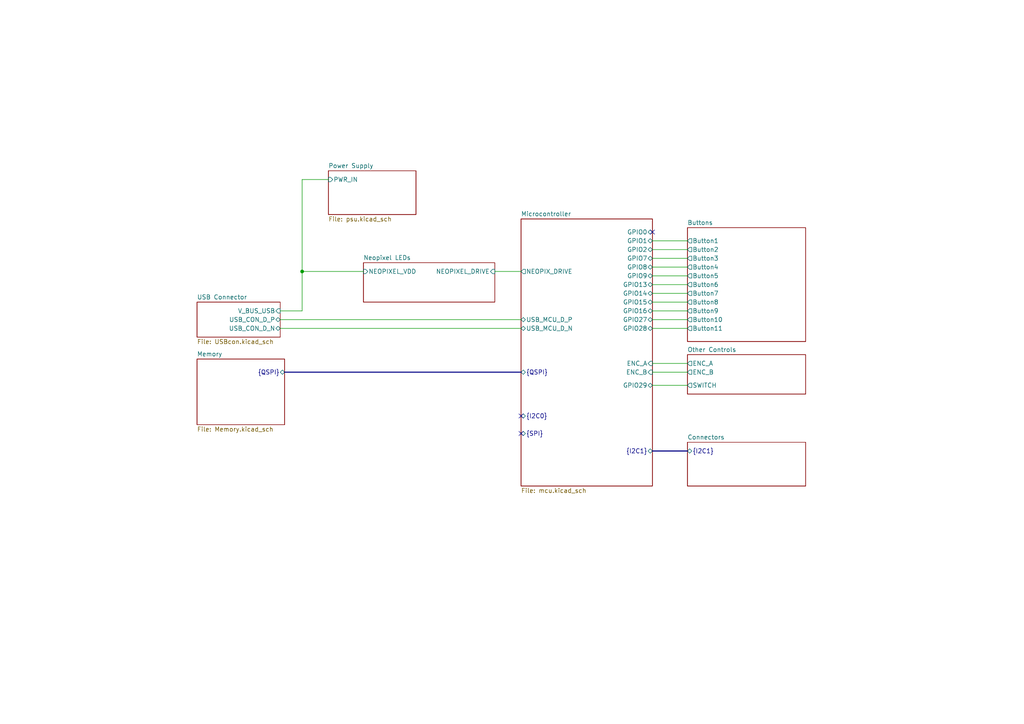
<source format=kicad_sch>
(kicad_sch
	(version 20231120)
	(generator "eeschema")
	(generator_version "8.0")
	(uuid "b8faa563-5461-45bb-a80d-cdce1c4553ef")
	(paper "A4")
	(title_block
		(title "Programmable Keyboard")
		(date "2024-08-18")
		(rev "3.0")
		(company "Kallio Designs Oy")
		(comment 1 "TL, NH")
		(comment 2 "ASSEMBLY_PN")
		(comment 3 "000018")
	)
	(lib_symbols)
	(bus_alias "I2C"
		(members "SDA" "SCL")
	)
	(junction
		(at 87.63 78.74)
		(diameter 0)
		(color 0 0 0 0)
		(uuid "2a69a6a9-5164-4289-bcdb-6cfae4f10926")
	)
	(no_connect
		(at 189.23 67.31)
		(uuid "3e74c06a-f0d3-400f-95b1-094c4c91b7c6")
	)
	(no_connect
		(at 151.13 125.73)
		(uuid "94b7f498-bcf0-4489-827c-8e9bbf640eef")
	)
	(no_connect
		(at 151.13 120.65)
		(uuid "fc48a32e-2e6f-4517-9be4-a0c8835dffe7")
	)
	(wire
		(pts
			(xy 143.51 78.74) (xy 151.13 78.74)
		)
		(stroke
			(width 0)
			(type default)
		)
		(uuid "0da2bfeb-3869-445b-b77a-2bec9051bd7e")
	)
	(wire
		(pts
			(xy 189.23 87.63) (xy 199.39 87.63)
		)
		(stroke
			(width 0)
			(type default)
		)
		(uuid "12035c44-7525-466d-8568-89e8b4801ca6")
	)
	(wire
		(pts
			(xy 189.23 92.71) (xy 199.39 92.71)
		)
		(stroke
			(width 0)
			(type default)
		)
		(uuid "1bbc7a85-0d9d-4841-b794-3e56b5f08954")
	)
	(wire
		(pts
			(xy 81.28 95.25) (xy 151.13 95.25)
		)
		(stroke
			(width 0)
			(type default)
		)
		(uuid "3a2a24e5-e0e8-4c1c-9213-c57fc7e5c249")
	)
	(wire
		(pts
			(xy 189.23 107.95) (xy 199.39 107.95)
		)
		(stroke
			(width 0)
			(type default)
		)
		(uuid "3cde40b3-2f30-4426-87b0-8ddeb9e324cf")
	)
	(wire
		(pts
			(xy 189.23 90.17) (xy 199.39 90.17)
		)
		(stroke
			(width 0)
			(type default)
		)
		(uuid "40e241e7-3180-4841-a40d-8e8c8c43de2c")
	)
	(wire
		(pts
			(xy 87.63 52.07) (xy 95.25 52.07)
		)
		(stroke
			(width 0)
			(type default)
		)
		(uuid "425794ea-b5c8-4d5f-ba19-2abd44e738e7")
	)
	(wire
		(pts
			(xy 81.28 92.71) (xy 151.13 92.71)
		)
		(stroke
			(width 0)
			(type default)
		)
		(uuid "4a7cb705-b1ae-4024-88bb-8b3cff145a16")
	)
	(wire
		(pts
			(xy 81.28 90.17) (xy 87.63 90.17)
		)
		(stroke
			(width 0)
			(type default)
		)
		(uuid "4dd75c5e-f820-448e-9b9b-1d6661ba884f")
	)
	(wire
		(pts
			(xy 189.23 80.01) (xy 199.39 80.01)
		)
		(stroke
			(width 0)
			(type default)
		)
		(uuid "4e5da2cd-bac9-44b9-a62c-86fb84eb049d")
	)
	(wire
		(pts
			(xy 189.23 95.25) (xy 199.39 95.25)
		)
		(stroke
			(width 0)
			(type default)
		)
		(uuid "5b089e2a-4091-4c88-9b40-fee15eaff18f")
	)
	(wire
		(pts
			(xy 189.23 85.09) (xy 199.39 85.09)
		)
		(stroke
			(width 0)
			(type default)
		)
		(uuid "67dc06ae-3ef9-45fc-b5ae-d66030525a65")
	)
	(wire
		(pts
			(xy 189.23 82.55) (xy 199.39 82.55)
		)
		(stroke
			(width 0)
			(type default)
		)
		(uuid "6b755edb-b6b9-4ff7-9b80-80472ae9fa62")
	)
	(wire
		(pts
			(xy 87.63 90.17) (xy 87.63 78.74)
		)
		(stroke
			(width 0)
			(type default)
		)
		(uuid "794182ca-3624-472e-b2b7-7b870c6a0ec9")
	)
	(wire
		(pts
			(xy 87.63 78.74) (xy 105.41 78.74)
		)
		(stroke
			(width 0)
			(type default)
		)
		(uuid "8644c40a-2172-4c95-9d22-be938770059f")
	)
	(wire
		(pts
			(xy 87.63 78.74) (xy 87.63 52.07)
		)
		(stroke
			(width 0)
			(type default)
		)
		(uuid "956a82eb-12ee-44f0-ba77-b8ad13451a4e")
	)
	(wire
		(pts
			(xy 189.23 105.41) (xy 199.39 105.41)
		)
		(stroke
			(width 0)
			(type default)
		)
		(uuid "98ad75ea-a0aa-48fb-81c5-9ea80b206950")
	)
	(wire
		(pts
			(xy 189.23 77.47) (xy 199.39 77.47)
		)
		(stroke
			(width 0)
			(type default)
		)
		(uuid "a75d2521-9bbc-4d98-9608-471cbb5dead1")
	)
	(bus
		(pts
			(xy 189.23 130.81) (xy 199.39 130.81)
		)
		(stroke
			(width 0)
			(type default)
		)
		(uuid "ad41af0d-4876-4488-af6c-f9d71612220c")
	)
	(wire
		(pts
			(xy 189.23 69.85) (xy 199.39 69.85)
		)
		(stroke
			(width 0)
			(type default)
		)
		(uuid "ad73e76c-e2e1-4fde-bbb2-2f4a2659f8f6")
	)
	(wire
		(pts
			(xy 189.23 72.39) (xy 199.39 72.39)
		)
		(stroke
			(width 0)
			(type default)
		)
		(uuid "c6c66daf-22af-4179-b089-d6e079a74d08")
	)
	(wire
		(pts
			(xy 189.23 74.93) (xy 199.39 74.93)
		)
		(stroke
			(width 0)
			(type default)
		)
		(uuid "cdcee63b-d302-416c-b4dc-3d62a4b2c7d3")
	)
	(bus
		(pts
			(xy 82.55 107.95) (xy 151.13 107.95)
		)
		(stroke
			(width 0)
			(type default)
		)
		(uuid "df37eb21-f34b-47e0-8fe3-0d21546ad0d5")
	)
	(wire
		(pts
			(xy 189.23 111.76) (xy 199.39 111.76)
		)
		(stroke
			(width 0)
			(type default)
		)
		(uuid "f13f066a-2865-4e7b-9ab0-1d6beadc9065")
	)
	(sheet
		(at 199.39 128.27)
		(size 34.29 12.7)
		(fields_autoplaced yes)
		(stroke
			(width 0.1524)
			(type solid)
		)
		(fill
			(color 0 0 0 0.0000)
		)
		(uuid "4ce60c68-8f85-4df7-a465-152e58489d9e")
		(property "Sheetname" "Connectors"
			(at 199.39 127.5584 0)
			(effects
				(font
					(size 1.27 1.27)
				)
				(justify left bottom)
			)
		)
		(property "Sheetfile" "connectors.kicad_sch"
			(at 199.39 141.5546 0)
			(effects
				(font
					(size 1.27 1.27)
				)
				(justify left top)
				(hide yes)
			)
		)
		(pin "{I2C1}" bidirectional
			(at 199.39 130.81 180)
			(effects
				(font
					(size 1.27 1.27)
				)
				(justify left)
			)
			(uuid "522b3764-8ce8-46d8-8427-73bb8d41923c")
		)
		(instances
			(project "000018 PGKB"
				(path "/e63e39d7-6ac0-4ffd-8aa3-1841a4541b55/2eb44e1a-4042-4ea6-aca2-4836a6ec84e9"
					(page "8")
				)
			)
		)
	)
	(sheet
		(at 105.41 76.2)
		(size 38.1 11.43)
		(fields_autoplaced yes)
		(stroke
			(width 0.1524)
			(type solid)
		)
		(fill
			(color 0 0 0 0.0000)
		)
		(uuid "7bc50530-409b-404b-8886-2310c61502aa")
		(property "Sheetname" "Neopixel LEDs"
			(at 105.41 75.4884 0)
			(effects
				(font
					(size 1.27 1.27)
				)
				(justify left bottom)
			)
		)
		(property "Sheetfile" "LEDS_Neopixel.kicad_sch"
			(at 105.41 88.2146 0)
			(effects
				(font
					(size 1.27 1.27)
				)
				(justify left top)
				(hide yes)
			)
		)
		(pin "NEOPIXEL_DRIVE" input
			(at 143.51 78.74 0)
			(effects
				(font
					(size 1.27 1.27)
				)
				(justify right)
			)
			(uuid "8d73ec64-bda3-47d8-9bb7-d2f319bce70b")
		)
		(pin "NEOPIXEL_VDD" input
			(at 105.41 78.74 180)
			(effects
				(font
					(size 1.27 1.27)
				)
				(justify left)
			)
			(uuid "8ed33344-3457-4802-b3e1-4c686d9ec614")
		)
		(instances
			(project "000018 PGKB"
				(path "/e63e39d7-6ac0-4ffd-8aa3-1841a4541b55/2eb44e1a-4042-4ea6-aca2-4836a6ec84e9"
					(page "5")
				)
			)
		)
	)
	(sheet
		(at 57.15 87.63)
		(size 24.13 10.16)
		(fields_autoplaced yes)
		(stroke
			(width 0.1524)
			(type solid)
		)
		(fill
			(color 0 0 0 0.0000)
		)
		(uuid "7f81d4f7-3bdd-46dd-b342-c371ad5913dc")
		(property "Sheetname" "USB Connector"
			(at 57.15 86.9184 0)
			(effects
				(font
					(size 1.27 1.27)
				)
				(justify left bottom)
			)
		)
		(property "Sheetfile" "USBcon.kicad_sch"
			(at 57.15 98.3746 0)
			(effects
				(font
					(size 1.27 1.27)
				)
				(justify left top)
			)
		)
		(pin "V_BUS_USB" input
			(at 81.28 90.17 0)
			(effects
				(font
					(size 1.27 1.27)
				)
				(justify right)
			)
			(uuid "af4e9e64-c2ec-430c-a77a-3c2f74c0dd86")
		)
		(pin "USB_CON_D_P" bidirectional
			(at 81.28 92.71 0)
			(effects
				(font
					(size 1.27 1.27)
				)
				(justify right)
			)
			(uuid "fee6be64-4cd6-4425-a5a8-b9b14355448d")
		)
		(pin "USB_CON_D_N" bidirectional
			(at 81.28 95.25 0)
			(effects
				(font
					(size 1.27 1.27)
				)
				(justify right)
			)
			(uuid "48bfc7e0-ef92-41bc-840e-c07a9f123b27")
		)
		(instances
			(project "000018 PGKB"
				(path "/e63e39d7-6ac0-4ffd-8aa3-1841a4541b55/2eb44e1a-4042-4ea6-aca2-4836a6ec84e9"
					(page "3")
				)
			)
		)
	)
	(sheet
		(at 199.39 66.04)
		(size 34.29 33.02)
		(fields_autoplaced yes)
		(stroke
			(width 0.1524)
			(type solid)
		)
		(fill
			(color 0 0 0 0.0000)
		)
		(uuid "86c42f5f-8308-4480-a779-2edf7f31bcc2")
		(property "Sheetname" "Buttons"
			(at 199.39 65.3284 0)
			(effects
				(font
					(size 1.27 1.27)
				)
				(justify left bottom)
			)
		)
		(property "Sheetfile" "buttons.kicad_sch"
			(at 199.39 99.6446 0)
			(effects
				(font
					(size 1.27 1.27)
				)
				(justify left top)
				(hide yes)
			)
		)
		(pin "Button1" output
			(at 199.39 69.85 180)
			(effects
				(font
					(size 1.27 1.27)
				)
				(justify left)
			)
			(uuid "a8e52cef-bf4e-4243-8ca9-53167bd0fe46")
		)
		(pin "Button4" output
			(at 199.39 77.47 180)
			(effects
				(font
					(size 1.27 1.27)
				)
				(justify left)
			)
			(uuid "e53294bb-100d-4f76-a56a-e66b426d0a5d")
		)
		(pin "Button3" output
			(at 199.39 74.93 180)
			(effects
				(font
					(size 1.27 1.27)
				)
				(justify left)
			)
			(uuid "1ec92bb8-229c-4349-8847-a83fa99fd1ef")
		)
		(pin "Button5" output
			(at 199.39 80.01 180)
			(effects
				(font
					(size 1.27 1.27)
				)
				(justify left)
			)
			(uuid "39d08d76-b3f8-4eb0-a824-ec3cc74fe979")
		)
		(pin "Button2" output
			(at 199.39 72.39 180)
			(effects
				(font
					(size 1.27 1.27)
				)
				(justify left)
			)
			(uuid "94e56609-00d4-4414-8cc5-c7cad43663f7")
		)
		(pin "Button6" output
			(at 199.39 82.55 180)
			(effects
				(font
					(size 1.27 1.27)
				)
				(justify left)
			)
			(uuid "0585db67-e982-4d10-b7a0-0185820af620")
		)
		(pin "Button7" output
			(at 199.39 85.09 180)
			(effects
				(font
					(size 1.27 1.27)
				)
				(justify left)
			)
			(uuid "1458aeb9-d44b-409b-b8e6-6b367ddd5c36")
		)
		(pin "Button8" output
			(at 199.39 87.63 180)
			(effects
				(font
					(size 1.27 1.27)
				)
				(justify left)
			)
			(uuid "4e2970c2-1ac7-4acb-a1d1-42b9f9824907")
		)
		(pin "Button9" output
			(at 199.39 90.17 180)
			(effects
				(font
					(size 1.27 1.27)
				)
				(justify left)
			)
			(uuid "79a14ecd-742a-462d-8eb7-a3d8c73c4f47")
		)
		(pin "Button11" output
			(at 199.39 95.25 180)
			(effects
				(font
					(size 1.27 1.27)
				)
				(justify left)
			)
			(uuid "5ba7d226-d407-46ea-a948-fc180ed0634e")
		)
		(pin "Button10" output
			(at 199.39 92.71 180)
			(effects
				(font
					(size 1.27 1.27)
				)
				(justify left)
			)
			(uuid "1e0d33f8-1769-4167-849b-9ae8f8239143")
		)
		(instances
			(project "000018 PGKB"
				(path "/e63e39d7-6ac0-4ffd-8aa3-1841a4541b55/2eb44e1a-4042-4ea6-aca2-4836a6ec84e9"
					(page "4")
				)
			)
		)
	)
	(sheet
		(at 95.25 49.53)
		(size 25.4 12.7)
		(fields_autoplaced yes)
		(stroke
			(width 0.1524)
			(type solid)
		)
		(fill
			(color 0 0 0 0.0000)
		)
		(uuid "91422aee-53cf-4c28-8efa-7ede5a87a80b")
		(property "Sheetname" "Power Supply"
			(at 95.25 48.8184 0)
			(effects
				(font
					(size 1.27 1.27)
				)
				(justify left bottom)
			)
		)
		(property "Sheetfile" "psu.kicad_sch"
			(at 95.25 62.8146 0)
			(effects
				(font
					(size 1.27 1.27)
				)
				(justify left top)
			)
		)
		(pin "PWR_IN" input
			(at 95.25 52.07 180)
			(effects
				(font
					(size 1.27 1.27)
				)
				(justify left)
			)
			(uuid "6c920466-182c-47ab-baa6-b136ecfa50f3")
		)
		(instances
			(project "000018 PGKB"
				(path "/e63e39d7-6ac0-4ffd-8aa3-1841a4541b55/2eb44e1a-4042-4ea6-aca2-4836a6ec84e9"
					(page "10")
				)
			)
		)
	)
	(sheet
		(at 199.39 102.87)
		(size 34.29 11.43)
		(fields_autoplaced yes)
		(stroke
			(width 0.1524)
			(type solid)
		)
		(fill
			(color 0 0 0 0.0000)
		)
		(uuid "995d81b1-81b6-4111-907a-bbbe6e1f3b4b")
		(property "Sheetname" "Other Controls"
			(at 199.39 102.1584 0)
			(effects
				(font
					(size 1.27 1.27)
				)
				(justify left bottom)
			)
		)
		(property "Sheetfile" "controls.kicad_sch"
			(at 199.39 114.8846 0)
			(effects
				(font
					(size 1.27 1.27)
				)
				(justify left top)
				(hide yes)
			)
		)
		(pin "ENC_B" output
			(at 199.39 107.95 180)
			(effects
				(font
					(size 1.27 1.27)
				)
				(justify left)
			)
			(uuid "dfe7102a-9c3a-453e-99f6-7ffe3f7fc72c")
		)
		(pin "SWITCH" output
			(at 199.39 111.76 180)
			(effects
				(font
					(size 1.27 1.27)
				)
				(justify left)
			)
			(uuid "29cdf936-8086-4eed-9f56-429787f6fd58")
		)
		(pin "ENC_A" output
			(at 199.39 105.41 180)
			(effects
				(font
					(size 1.27 1.27)
				)
				(justify left)
			)
			(uuid "c23d61a9-6faf-4253-b720-34633de90fb1")
		)
		(instances
			(project "000018 PGKB"
				(path "/e63e39d7-6ac0-4ffd-8aa3-1841a4541b55/2eb44e1a-4042-4ea6-aca2-4836a6ec84e9"
					(page "6")
				)
			)
		)
	)
	(sheet
		(at 151.13 63.5)
		(size 38.1 77.47)
		(fields_autoplaced yes)
		(stroke
			(width 0.1524)
			(type solid)
		)
		(fill
			(color 0 0 0 0.0000)
		)
		(uuid "a467c90b-3665-441c-9913-5c8fd91b3b4b")
		(property "Sheetname" "Microcontroller"
			(at 151.13 62.7884 0)
			(effects
				(font
					(size 1.27 1.27)
				)
				(justify left bottom)
			)
		)
		(property "Sheetfile" "mcu.kicad_sch"
			(at 151.13 141.5546 0)
			(effects
				(font
					(size 1.27 1.27)
				)
				(justify left top)
			)
		)
		(pin "{QSPI}" bidirectional
			(at 151.13 107.95 180)
			(effects
				(font
					(size 1.27 1.27)
				)
				(justify left)
			)
			(uuid "9b9f952e-7f3f-427a-86a3-54b2a35a7932")
		)
		(pin "USB_MCU_D_N" bidirectional
			(at 151.13 95.25 180)
			(effects
				(font
					(size 1.27 1.27)
				)
				(justify left)
			)
			(uuid "2dea7f58-8d68-489b-8178-769e6721ea6d")
		)
		(pin "USB_MCU_D_P" bidirectional
			(at 151.13 92.71 180)
			(effects
				(font
					(size 1.27 1.27)
				)
				(justify left)
			)
			(uuid "499c803f-2e97-4278-acc9-7c28306cbdf6")
		)
		(pin "GPIO1" bidirectional
			(at 189.23 69.85 0)
			(effects
				(font
					(size 1.27 1.27)
				)
				(justify right)
			)
			(uuid "3f1b3d73-e11d-4df9-ac18-35b69f288e35")
		)
		(pin "GPIO0" bidirectional
			(at 189.23 67.31 0)
			(effects
				(font
					(size 1.27 1.27)
				)
				(justify right)
			)
			(uuid "8ec77233-3b44-4a14-9d0b-36ad70aabc56")
		)
		(pin "GPIO2" bidirectional
			(at 189.23 72.39 0)
			(effects
				(font
					(size 1.27 1.27)
				)
				(justify right)
			)
			(uuid "1e37fa30-0839-4d2c-b3c2-bc6bc03c38cd")
		)
		(pin "{I2C0}" bidirectional
			(at 151.13 120.65 180)
			(effects
				(font
					(size 1.27 1.27)
				)
				(justify left)
			)
			(uuid "d5aaa871-74e3-421e-bebf-21caf419c458")
		)
		(pin "{SPI}" bidirectional
			(at 151.13 125.73 180)
			(effects
				(font
					(size 1.27 1.27)
				)
				(justify left)
			)
			(uuid "03951092-f755-4d17-a80d-b6b74b508dca")
		)
		(pin "NEOPIX_DRIVE" output
			(at 151.13 78.74 180)
			(effects
				(font
					(size 1.27 1.27)
				)
				(justify left)
			)
			(uuid "65e198ec-1a05-4d5e-a859-fb980d88c690")
		)
		(pin "ENC_A" input
			(at 189.23 105.41 0)
			(effects
				(font
					(size 1.27 1.27)
				)
				(justify right)
			)
			(uuid "05e6930b-d27b-48b2-8c83-d930611ee25d")
		)
		(pin "ENC_B" input
			(at 189.23 107.95 0)
			(effects
				(font
					(size 1.27 1.27)
				)
				(justify right)
			)
			(uuid "b35721b3-ecbb-4926-9d1d-92be3084c974")
		)
		(pin "{I2C1}" bidirectional
			(at 189.23 130.81 0)
			(effects
				(font
					(size 1.27 1.27)
				)
				(justify right)
			)
			(uuid "5dab1cd2-2651-4fe0-9603-03ea05c980a8")
		)
		(pin "GPIO8" bidirectional
			(at 189.23 77.47 0)
			(effects
				(font
					(size 1.27 1.27)
				)
				(justify right)
			)
			(uuid "c9341e32-e9f1-4202-ac50-259006c87eb9")
		)
		(pin "GPIO7" bidirectional
			(at 189.23 74.93 0)
			(effects
				(font
					(size 1.27 1.27)
				)
				(justify right)
			)
			(uuid "cdc769e1-e95d-45d3-8af0-1b403392cd6b")
		)
		(pin "GPIO9" bidirectional
			(at 189.23 80.01 0)
			(effects
				(font
					(size 1.27 1.27)
				)
				(justify right)
			)
			(uuid "9d872ae2-ec6e-4d34-b6ce-207e5112a26e")
		)
		(pin "GPIO29" bidirectional
			(at 189.23 111.76 0)
			(effects
				(font
					(size 1.27 1.27)
				)
				(justify right)
			)
			(uuid "341c1b2c-9a30-427d-86e7-97b8f1d457f6")
		)
		(pin "GPIO27" bidirectional
			(at 189.23 92.71 0)
			(effects
				(font
					(size 1.27 1.27)
				)
				(justify right)
			)
			(uuid "ffba32cd-c1b0-4da5-ac0e-79260c0dd644")
		)
		(pin "GPIO28" bidirectional
			(at 189.23 95.25 0)
			(effects
				(font
					(size 1.27 1.27)
				)
				(justify right)
			)
			(uuid "f24e3aff-c516-4094-8800-d4a2fd393efe")
		)
		(pin "GPIO15" bidirectional
			(at 189.23 87.63 0)
			(effects
				(font
					(size 1.27 1.27)
				)
				(justify right)
			)
			(uuid "899b707b-de43-43f6-a959-09296513666f")
		)
		(pin "GPIO14" bidirectional
			(at 189.23 85.09 0)
			(effects
				(font
					(size 1.27 1.27)
				)
				(justify right)
			)
			(uuid "5c5fb690-86c6-4570-a45d-b97e76fca09e")
		)
		(pin "GPIO13" bidirectional
			(at 189.23 82.55 0)
			(effects
				(font
					(size 1.27 1.27)
				)
				(justify right)
			)
			(uuid "c72c9249-9ea7-43aa-aa19-30f69d8e65f4")
		)
		(pin "GPIO16" bidirectional
			(at 189.23 90.17 0)
			(effects
				(font
					(size 1.27 1.27)
				)
				(justify right)
			)
			(uuid "98c15e43-abe2-4741-9a6c-75bc0a5168c3")
		)
		(instances
			(project "000018 PGKB"
				(path "/e63e39d7-6ac0-4ffd-8aa3-1841a4541b55/2eb44e1a-4042-4ea6-aca2-4836a6ec84e9"
					(page "9")
				)
			)
		)
	)
	(sheet
		(at 57.15 104.14)
		(size 25.4 19.05)
		(fields_autoplaced yes)
		(stroke
			(width 0.1524)
			(type solid)
		)
		(fill
			(color 0 0 0 0.0000)
		)
		(uuid "f1cedbc3-70dc-430a-811a-a6c314e1ab30")
		(property "Sheetname" "Memory"
			(at 57.15 103.4284 0)
			(effects
				(font
					(size 1.27 1.27)
				)
				(justify left bottom)
			)
		)
		(property "Sheetfile" "Memory.kicad_sch"
			(at 57.15 123.7746 0)
			(effects
				(font
					(size 1.27 1.27)
				)
				(justify left top)
			)
		)
		(pin "{QSPI}" bidirectional
			(at 82.55 107.95 0)
			(effects
				(font
					(size 1.27 1.27)
				)
				(justify right)
			)
			(uuid "a9b6e869-228e-446f-b0c8-b5b458b11b59")
		)
		(instances
			(project "000018 PGKB"
				(path "/e63e39d7-6ac0-4ffd-8aa3-1841a4541b55/2eb44e1a-4042-4ea6-aca2-4836a6ec84e9"
					(page "7")
				)
			)
		)
	)
)

</source>
